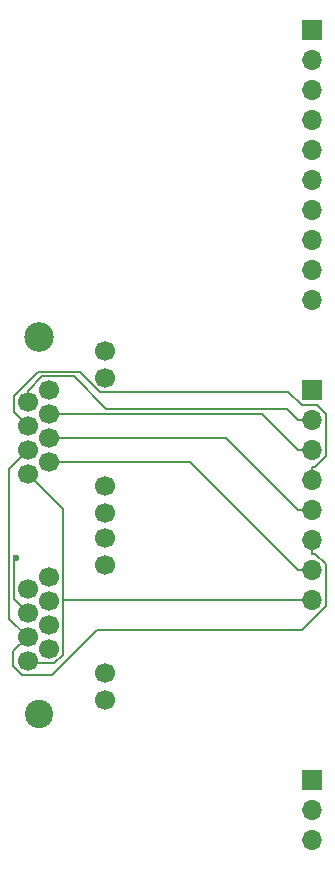
<source format=gbr>
%TF.GenerationSoftware,KiCad,Pcbnew,8.0.3-8.0.3-0~ubuntu22.04.1*%
%TF.CreationDate,2024-10-22T15:42:30+03:00*%
%TF.ProjectId,PM-Debug_v0.0.1,504d2d44-6562-4756-975f-76302e302e31,rev?*%
%TF.SameCoordinates,Original*%
%TF.FileFunction,Copper,L2,Bot*%
%TF.FilePolarity,Positive*%
%FSLAX46Y46*%
G04 Gerber Fmt 4.6, Leading zero omitted, Abs format (unit mm)*
G04 Created by KiCad (PCBNEW 8.0.3-8.0.3-0~ubuntu22.04.1) date 2024-10-22 15:42:30*
%MOMM*%
%LPD*%
G01*
G04 APERTURE LIST*
%TA.AperFunction,ComponentPad*%
%ADD10R,1.700000X1.700000*%
%TD*%
%TA.AperFunction,ComponentPad*%
%ADD11O,1.700000X1.700000*%
%TD*%
%TA.AperFunction,ComponentPad*%
%ADD12C,1.700000*%
%TD*%
%TA.AperFunction,ComponentPad*%
%ADD13C,2.500000*%
%TD*%
%TA.AperFunction,ComponentPad*%
%ADD14C,2.400000*%
%TD*%
%TA.AperFunction,ViaPad*%
%ADD15C,0.600000*%
%TD*%
%TA.AperFunction,Conductor*%
%ADD16C,0.200000*%
%TD*%
G04 APERTURE END LIST*
D10*
%TO.P,J5,1,Pin_1*%
%TO.N,+5V*%
X129540000Y-119380000D03*
D11*
%TO.P,J5,2,Pin_2*%
%TO.N,+3.3V*%
X129540000Y-121920000D03*
%TO.P,J5,3,Pin_3*%
%TO.N,GND*%
X129540000Y-124460000D03*
%TD*%
D10*
%TO.P,J4,1,Pin_1*%
%TO.N,Net-(J4-Pin_1)*%
X129540000Y-86360000D03*
D11*
%TO.P,J4,2,Pin_2*%
%TO.N,Net-(J4-Pin_2)*%
X129540000Y-88900000D03*
%TO.P,J4,3,Pin_3*%
%TO.N,Net-(J4-Pin_3)*%
X129540000Y-91440000D03*
%TO.P,J4,4,Pin_4*%
%TO.N,Net-(J4-Pin_4)*%
X129540000Y-93980000D03*
%TO.P,J4,5,Pin_5*%
%TO.N,Net-(J4-Pin_5)*%
X129540000Y-96520000D03*
%TO.P,J4,6,Pin_6*%
%TO.N,Net-(J4-Pin_6)*%
X129540000Y-99060000D03*
%TO.P,J4,7,Pin_7*%
%TO.N,Net-(J4-Pin_7)*%
X129540000Y-101600000D03*
%TO.P,J4,8,Pin_8*%
%TO.N,Net-(J4-Pin_8)*%
X129540000Y-104140000D03*
%TD*%
D12*
%TO.P,J3,1,1*%
%TO.N,Net-(J4-Pin_8)*%
X105460000Y-109285000D03*
%TO.P,J3,2,2*%
%TO.N,Net-(J4-Pin_7)*%
X107260000Y-108265000D03*
%TO.P,J3,3,3*%
%TO.N,Net-(J4-Pin_6)*%
X105460000Y-107245000D03*
%TO.P,J3,4,4*%
%TO.N,Net-(J4-Pin_5)*%
X107260000Y-106225000D03*
%TO.P,J3,5,5*%
%TO.N,Net-(J4-Pin_4)*%
X105460000Y-105205000D03*
%TO.P,J3,6,6*%
%TO.N,Net-(J4-Pin_3)*%
X107260000Y-104185000D03*
%TO.P,J3,7,7*%
%TO.N,Net-(J4-Pin_2)*%
X105460000Y-103165000D03*
%TO.P,J3,8,8*%
%TO.N,Net-(J4-Pin_1)*%
X107260000Y-102145000D03*
%TO.P,J3,9,9*%
%TO.N,Net-(J4-Pin_8)*%
X105460000Y-93485000D03*
%TO.P,J3,10,10*%
%TO.N,Net-(J4-Pin_7)*%
X107260000Y-92465000D03*
%TO.P,J3,11,11*%
%TO.N,Net-(J4-Pin_6)*%
X105460000Y-91445000D03*
%TO.P,J3,12,12*%
%TO.N,Net-(J4-Pin_5)*%
X107260000Y-90425000D03*
%TO.P,J3,13,13*%
%TO.N,Net-(J4-Pin_4)*%
X105460000Y-89405000D03*
%TO.P,J3,14,14*%
%TO.N,Net-(J4-Pin_3)*%
X107260000Y-88385000D03*
%TO.P,J3,15,15*%
%TO.N,Net-(J4-Pin_2)*%
X105460000Y-87365000D03*
%TO.P,J3,16,16*%
%TO.N,Net-(J4-Pin_1)*%
X107260000Y-86345000D03*
%TO.P,J3,17*%
%TO.N,N/C*%
X112060000Y-112590000D03*
%TO.P,J3,18*%
X112060000Y-110290000D03*
%TO.P,J3,19*%
X112060000Y-101140000D03*
%TO.P,J3,20*%
X112060000Y-98840000D03*
%TO.P,J3,21*%
X112060000Y-96790000D03*
%TO.P,J3,22*%
X112060000Y-94490000D03*
%TO.P,J3,23*%
X112060000Y-85340000D03*
%TO.P,J3,24*%
X112060000Y-83040000D03*
D13*
%TO.P,J3,PE,PE*%
%TO.N,unconnected-(J3-PadPE)*%
X106460000Y-81815000D03*
D14*
X106460000Y-113815000D03*
%TD*%
D10*
%TO.P,J2,1,Pin_1*%
%TO.N,Net-(J1-Pin_1)*%
X129540000Y-55880000D03*
D11*
%TO.P,J2,2,Pin_2*%
%TO.N,Net-(J1-Pin_2)*%
X129540000Y-58420000D03*
%TO.P,J2,3,Pin_3*%
%TO.N,Net-(J1-Pin_3)*%
X129540000Y-60960000D03*
%TO.P,J2,4,Pin_4*%
%TO.N,Net-(J1-Pin_4)*%
X129540000Y-63500000D03*
%TO.P,J2,5,Pin_5*%
%TO.N,Net-(J1-Pin_5)*%
X129540000Y-66040000D03*
%TO.P,J2,6,Pin_6*%
%TO.N,Net-(J1-Pin_6)*%
X129540000Y-68580000D03*
%TO.P,J2,7,Pin_7*%
%TO.N,Net-(J1-Pin_7)*%
X129540000Y-71120000D03*
%TO.P,J2,8,Pin_8*%
%TO.N,Net-(J1-Pin_8)*%
X129540000Y-73660000D03*
%TO.P,J2,9,Pin_9*%
%TO.N,Net-(J1-Pin_9)*%
X129540000Y-76200000D03*
%TO.P,J2,10,Pin_10*%
%TO.N,Net-(J1-Pin_10)*%
X129540000Y-78740000D03*
%TD*%
D15*
%TO.N,Net-(J4-Pin_4)*%
X104514200Y-100583200D03*
%TD*%
D16*
%TO.N,Net-(J4-Pin_3)*%
X129540000Y-91440000D02*
X128388300Y-91440000D01*
X125333300Y-88385000D02*
X128388300Y-91440000D01*
X107260000Y-88385000D02*
X125333300Y-88385000D01*
%TO.N,Net-(J4-Pin_6)*%
X129540000Y-99060000D02*
X129540000Y-100211700D01*
X129808500Y-100211700D02*
X129540000Y-100211700D01*
X130702500Y-101105700D02*
X129808500Y-100211700D01*
X130702500Y-104656100D02*
X130702500Y-101105700D01*
X128696900Y-106661700D02*
X130702500Y-104656100D01*
X111302400Y-106661700D02*
X128696900Y-106661700D01*
X107517600Y-110446500D02*
X111302400Y-106661700D01*
X104979100Y-110446500D02*
X107517600Y-110446500D01*
X104257700Y-109725100D02*
X104979100Y-110446500D01*
X104257700Y-108447300D02*
X104257700Y-109725100D01*
X105460000Y-107245000D02*
X104257700Y-108447300D01*
X103906600Y-105691600D02*
X105460000Y-107245000D01*
X103906600Y-92998400D02*
X103906600Y-105691600D01*
X105460000Y-91445000D02*
X103906600Y-92998400D01*
%TO.N,Net-(J4-Pin_4)*%
X129540000Y-93980000D02*
X129540000Y-92828300D01*
X129808500Y-92828300D02*
X129540000Y-92828300D01*
X130693400Y-91943400D02*
X129808500Y-92828300D01*
X130693400Y-88383700D02*
X130693400Y-91943400D01*
X129937900Y-87628200D02*
X130693400Y-88383700D01*
X128681500Y-87628200D02*
X129937900Y-87628200D01*
X127545000Y-86491700D02*
X128681500Y-87628200D01*
X111583000Y-86491700D02*
X127545000Y-86491700D01*
X109871700Y-84780400D02*
X111583000Y-86491700D01*
X106389900Y-84780400D02*
X109871700Y-84780400D01*
X104285000Y-86885300D02*
X106389900Y-84780400D01*
X104285000Y-88230000D02*
X104285000Y-86885300D01*
X105460000Y-89405000D02*
X104285000Y-88230000D01*
X104308300Y-100789100D02*
X104514200Y-100583200D01*
X104308300Y-104053300D02*
X104308300Y-100789100D01*
X105460000Y-105205000D02*
X104308300Y-104053300D01*
%TO.N,Net-(J4-Pin_7)*%
X119253300Y-92465000D02*
X128388300Y-101600000D01*
X107260000Y-92465000D02*
X119253300Y-92465000D01*
X129540000Y-101600000D02*
X128388300Y-101600000D01*
%TO.N,Net-(J4-Pin_5)*%
X129540000Y-96520000D02*
X128388300Y-96520000D01*
X122293300Y-90425000D02*
X107260000Y-90425000D01*
X128388300Y-96520000D02*
X122293300Y-90425000D01*
%TO.N,Net-(J4-Pin_8)*%
X129540000Y-104140000D02*
X128388300Y-104140000D01*
X108424100Y-104140000D02*
X128388300Y-104140000D01*
X105607300Y-109432300D02*
X105460000Y-109285000D01*
X107735600Y-109432300D02*
X105607300Y-109432300D01*
X108424100Y-108743800D02*
X107735600Y-109432300D01*
X108424100Y-104140000D02*
X108424100Y-108743800D01*
X108424100Y-96449100D02*
X108424100Y-104140000D01*
X105460000Y-93485000D02*
X108424100Y-96449100D01*
%TO.N,Net-(J4-Pin_2)*%
X129540000Y-88900000D02*
X128388300Y-88900000D01*
X127400200Y-87911900D02*
X128388300Y-88900000D01*
X112104000Y-87911900D02*
X127400200Y-87911900D01*
X109374200Y-85182100D02*
X112104000Y-87911900D01*
X106714500Y-85182100D02*
X109374200Y-85182100D01*
X105460000Y-86436600D02*
X106714500Y-85182100D01*
X105460000Y-87365000D02*
X105460000Y-86436600D01*
%TD*%
M02*

</source>
